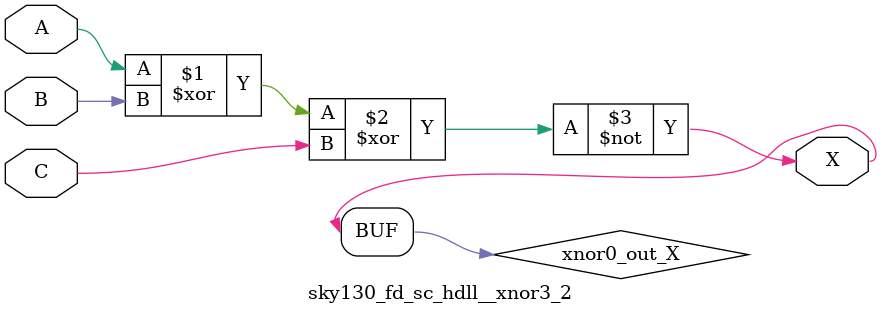
<source format=v>
/*
 * Copyright 2020 The SkyWater PDK Authors
 *
 * Licensed under the Apache License, Version 2.0 (the "License");
 * you may not use this file except in compliance with the License.
 * You may obtain a copy of the License at
 *
 *     https://www.apache.org/licenses/LICENSE-2.0
 *
 * Unless required by applicable law or agreed to in writing, software
 * distributed under the License is distributed on an "AS IS" BASIS,
 * WITHOUT WARRANTIES OR CONDITIONS OF ANY KIND, either express or implied.
 * See the License for the specific language governing permissions and
 * limitations under the License.
 *
 * SPDX-License-Identifier: Apache-2.0
*/


`ifndef SKY130_FD_SC_HDLL__XNOR3_2_FUNCTIONAL_V
`define SKY130_FD_SC_HDLL__XNOR3_2_FUNCTIONAL_V

/**
 * xnor3: 3-input exclusive NOR.
 *
 * Verilog simulation functional model.
 */

`timescale 1ns / 1ps
`default_nettype none

`celldefine
module sky130_fd_sc_hdll__xnor3_2 (
    X,
    A,
    B,
    C
);

    // Module ports
    output X;
    input  A;
    input  B;
    input  C;

    // Local signals
    wire xnor0_out_X;

    //   Name   Output       Other arguments
    xnor xnor0 (xnor0_out_X, A, B, C        );
    buf  buf0  (X          , xnor0_out_X    );

endmodule
`endcelldefine

`default_nettype wire
`endif  // SKY130_FD_SC_HDLL__XNOR3_2_FUNCTIONAL_V

</source>
